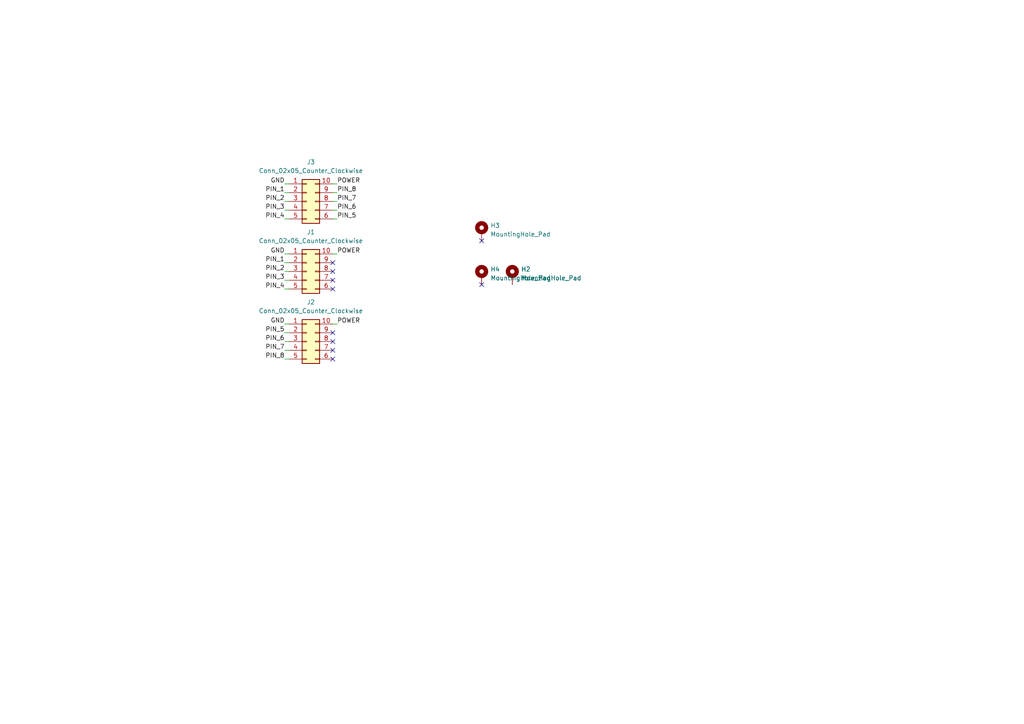
<source format=kicad_sch>
(kicad_sch (version 20250114) (generator "eeschema") (generator_version "9.0")
  (paper "A4")
  (lib_symbols
    (symbol "Connector_Generic:Conn_02x05_Counter_Clockwise" (pin_names (offset 1.016) (hide yes))
      (property "Reference" "J" (at 1.27 7.62 0))
      (property "Value" "Conn_02x05_Counter_Clockwise" (at 1.27 -7.62 0))
      (symbol "Conn_02x05_Counter_Clockwise_1_1"
        (rectangle (start -1.27 6.35) (end 3.81 -6.35) (stroke (width 0.254)) (fill (type background)))
        (rectangle (start -1.27 5.207) (end 0 4.953) (stroke (width 0.1524)))
        (rectangle (start -1.27 2.667) (end 0 2.413) (stroke (width 0.1524)))
        (rectangle (start -1.27 0.127) (end 0 -0.127) (stroke (width 0.1524)))
        (rectangle (start -1.27 -2.413) (end 0 -2.667) (stroke (width 0.1524)))
        (rectangle (start -1.27 -4.953) (end 0 -5.207) (stroke (width 0.1524)))
        (rectangle (start 3.81 5.207) (end 2.54 4.953) (stroke (width 0.1524)))
        (rectangle (start 3.81 2.667) (end 2.54 2.413) (stroke (width 0.1524)))
        (rectangle (start 3.81 0.127) (end 2.54 -0.127) (stroke (width 0.1524)))
        (rectangle (start 3.81 -2.413) (end 2.54 -2.667) (stroke (width 0.1524)))
        (rectangle (start 3.81 -4.953) (end 2.54 -5.207) (stroke (width 0.1524)))
        (pin passive line (at -5.08 5.08 0) (length 3.81) (name "Pin_1") (number "1"))
        (pin passive line (at -5.08 2.54 0) (length 3.81) (name "Pin_2") (number "2"))
        (pin passive line (at -5.08 0 0) (length 3.81) (name "Pin_3") (number "3"))
        (pin passive line (at -5.08 -2.54 0) (length 3.81) (name "Pin_4") (number "4"))
        (pin passive line (at -5.08 -5.08 0) (length 3.81) (name "Pin_5") (number "5"))
        (pin passive line (at 7.62 5.08 180) (length 3.81) (name "Pin_10") (number "10"))
        (pin passive line (at 7.62 2.54 180) (length 3.81) (name "Pin_9") (number "9"))
        (pin passive line (at 7.62 0 180) (length 3.81) (name "Pin_8") (number "8"))
        (pin passive line (at 7.62 -2.54 180) (length 3.81) (name "Pin_7") (number "7"))
        (pin passive line (at 7.62 -5.08 180) (length 3.81) (name "Pin_6") (number "6"))
      )
    )
    (symbol "Mechanical:MountingHole_Pad" (pin_numbers (hide yes)) (pin_names (offset 1.016) (hide yes))
      (property "Reference" "H" (at 0 6.35 0))
      (property "Value" "MountingHole_Pad" (at 0 4.445 0))
      (symbol "MountingHole_Pad_0_1"
        (circle (center 0 1.27) (radius 1.27) (stroke (width 1.27)))
      )
      (symbol "MountingHole_Pad_1_1"
        (pin input line (at 0 -2.54 90) (length 2.54) (name "1") (number "1"))
      )
    )
  )
  (no_connect (at 96.52 99.06))
  (no_connect (at 96.52 78.74))
  (no_connect (at 139.7 69.85))
  (no_connect (at 96.52 96.52))
  (no_connect (at 96.52 101.6))
  (no_connect (at 139.7 82.55))
  (no_connect (at 96.52 104.14))
  (no_connect (at 96.52 83.82))
  (no_connect (at 96.52 76.2))
  (no_connect (at 96.52 81.28))
  (wire (pts (xy 82.55 63.5) (xy 83.82 63.5)))
  (wire (pts (xy 96.52 58.42) (xy 97.79 58.42)))
  (wire (pts (xy 82.55 101.6) (xy 83.82 101.6)))
  (wire (pts (xy 96.52 55.88) (xy 97.79 55.88)))
  (wire (pts (xy 82.55 53.34) (xy 83.82 53.34)))
  (wire (pts (xy 82.55 55.88) (xy 83.82 55.88)))
  (wire (pts (xy 82.55 76.2) (xy 83.82 76.2)))
  (wire (pts (xy 96.52 60.96) (xy 97.79 60.96)))
  (wire (pts (xy 82.55 81.28) (xy 83.82 81.28)))
  (wire (pts (xy 96.52 93.98) (xy 97.79 93.98)))
  (wire (pts (xy 82.55 73.66) (xy 83.82 73.66)))
  (wire (pts (xy 96.52 53.34) (xy 97.79 53.34)))
  (wire (pts (xy 82.55 60.96) (xy 83.82 60.96)))
  (wire (pts (xy 82.55 83.82) (xy 83.82 83.82)))
  (wire (pts (xy 82.55 104.14) (xy 83.82 104.14)))
  (wire (pts (xy 96.52 73.66) (xy 97.79 73.66)))
  (wire (pts (xy 82.55 58.42) (xy 83.82 58.42)))
  (wire (pts (xy 82.55 93.98) (xy 83.82 93.98)))
  (wire (pts (xy 96.52 63.5) (xy 97.79 63.5)))
  (wire (pts (xy 82.55 99.06) (xy 83.82 99.06)))
  (wire (pts (xy 82.55 78.74) (xy 83.82 78.74)))
  (wire (pts (xy 82.55 96.52) (xy 83.82 96.52)))
  (label "PIN_1" (at 82.55 76.2 180))
  (label "PIN_4" (at 82.55 63.5 180))
  (label "PIN_5" (at 82.55 96.52 180))
  (label "PIN_8" (at 97.79 55.88 0))
  (label "PIN_8" (at 82.55 104.14 180))
  (label "PIN_7" (at 97.79 58.42 0))
  (label "PIN_3" (at 82.55 81.28 180))
  (label "GND" (at 82.55 53.34 180))
  (label "PIN_5" (at 97.79 63.5 0))
  (label "PIN_2" (at 82.55 58.42 180))
  (label "PIN_7" (at 82.55 101.6 180))
  (label "POWER" (at 97.79 53.34 0))
  (label "POWER" (at 97.79 93.98 0))
  (label "PIN_4" (at 82.55 83.82 180))
  (label "GND" (at 82.55 73.66 180))
  (label "PIN_3" (at 82.55 60.96 180))
  (label "PIN_6" (at 97.79 60.96 0))
  (label "PIN_2" (at 82.55 78.74 180))
  (label "POWER" (at 97.79 73.66 0))
  (label "PIN_1" (at 82.55 55.88 180))
  (label "PIN_6" (at 82.55 99.06 180))
  (label "GND" (at 82.55 93.98 180))
  (symbol (lib_id "Connector_Generic:Conn_02x05_Counter_Clockwise") (at 88.9 99.06 0) (unit 1)
    (property "Reference" "J2" (at 90.17 87.63 0))
    (property "Value" "Conn_02x05_Counter_Clockwise" (at 90.17 90.17 0))
    (property "Footprint" "Connector_IDC:IDC-Header_2x05_P2.54mm_Vertical" (effects (hide yes)))
    (property "Description" "Generic connector, double row, 02x05, counter clockwise pin numbering scheme (similar to DIP package numbering), script generated (kicad-library-utils/schlib/autogen/connector/)" (effects (hide yes)))
  )
  (symbol (lib_id "Mechanical:MountingHole_Pad") (at 139.7 80.01 0) (unit 1)
    (property "Reference" "H4" (at 142.24 78.105 0) (effects (justify left)))
    (property "Value" "MountingHole_Pad" (at 142.24 80.645 0) (effects (justify left)))
    (property "Footprint" "MountingHole:MountingHole_2.7mm_M2.5_DIN965_Pad" (effects (hide yes)))
  )
  (symbol (lib_id "Connector_Generic:Conn_02x05_Counter_Clockwise") (at 88.9 78.74 0) (unit 1)
    (property "Reference" "J1" (at 90.17 67.31 0))
    (property "Value" "Conn_02x05_Counter_Clockwise" (at 90.17 69.85 0))
    (property "Footprint" "Connector_IDC:IDC-Header_2x05_P2.54mm_Vertical" (effects (hide yes)))
    (property "Description" "Generic connector, double row, 02x05, counter clockwise pin numbering scheme (similar to DIP package numbering), script generated (kicad-library-utils/schlib/autogen/connector/)" (effects (hide yes)))
  )
  (symbol (lib_id "Connector_Generic:Conn_02x05_Counter_Clockwise") (at 88.9 58.42 0) (unit 1)
    (property "Reference" "J3" (at 90.17 46.99 0))
    (property "Value" "Conn_02x05_Counter_Clockwise" (at 90.17 49.53 0))
    (property "Footprint" "Connector_IDC:IDC-Header_2x05_P2.54mm_Vertical" (effects (hide yes)))
    (property "Description" "Generic connector, double row, 02x05, counter clockwise pin numbering scheme (similar to DIP package numbering), script generated (kicad-library-utils/schlib/autogen/connector/)" (effects (hide yes)))
  )
  (symbol (lib_id "Mechanical:MountingHole_Pad") (at 139.7 67.31 0) (unit 1)
    (property "Reference" "H3" (at 142.24 65.405 0) (effects (justify left)))
    (property "Value" "MountingHole_Pad" (at 142.24 67.945 0) (effects (justify left)))
    (property "Footprint" "MountingHole:MountingHole_2.7mm_M2.5_DIN965_Pad" (effects (hide yes)))
  )
  (symbol (lib_id "Mechanical:MountingHole_Pad") (at 148.59 80.01 0) (unit 1)
    (property "Reference" "H2" (at 151.13 78.105 0) (effects (justify left)))
    (property "Value" "MountingHole_Pad" (at 151.13 80.645 0) (effects (justify left)))
    (property "Footprint" "MountingHole:MountingHole_2.7mm_M2.5_DIN965_Pad" (effects (hide yes)))
  )
)
</source>
